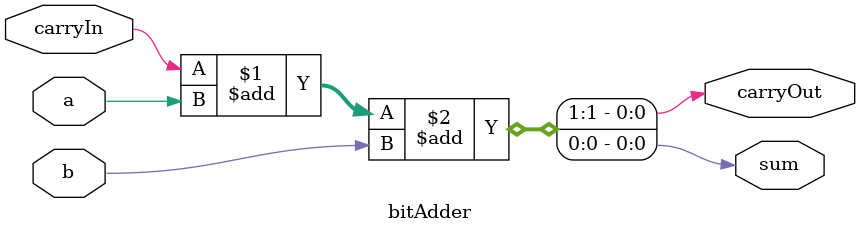
<source format=sv>
module bitAdder(input a,input b,input carryIn,output sum,output carryOut);
    assign {carryOut,sum}=carryIn+a+b;
endmodule

</source>
